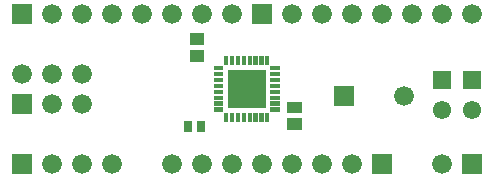
<source format=gbr>
G04 start of page 6 for group -4063 idx -4063 *
G04 Title: (unknown), componentmask *
G04 Creator: pcb 20110918 *
G04 CreationDate: Tue Aug  6 21:11:03 2013 UTC *
G04 For: mokus *
G04 Format: Gerber/RS-274X *
G04 PCB-Dimensions: 170000 70000 *
G04 PCB-Coordinate-Origin: lower left *
%MOIN*%
%FSLAX25Y25*%
%LNTOPMASK*%
%ADD99R,0.0395X0.0395*%
%ADD98R,0.0276X0.0276*%
%ADD97R,0.0140X0.0140*%
%ADD96C,0.0610*%
%ADD95C,0.0001*%
%ADD94C,0.0660*%
G54D94*X120000Y60000D03*
X130000D03*
X140000D03*
X150000D03*
X160000D03*
G54D95*G36*
X156700Y13300D02*Y6700D01*
X163300D01*
Y13300D01*
X156700D01*
G37*
G36*
X156950Y41036D02*Y34936D01*
X163050D01*
Y41036D01*
X156950D01*
G37*
G54D96*X160000Y27986D03*
G54D94*X150000Y10000D03*
G54D95*G36*
X126700Y13300D02*Y6700D01*
X133300D01*
Y13300D01*
X126700D01*
G37*
G54D94*X120000Y10000D03*
X110000D03*
X100000D03*
G54D95*G36*
X114200Y35800D02*Y29200D01*
X120800D01*
Y35800D01*
X114200D01*
G37*
G54D94*X137500Y32500D03*
G54D95*G36*
X146950Y41050D02*Y34950D01*
X153050D01*
Y41050D01*
X146950D01*
G37*
G54D96*X150000Y28000D03*
G54D95*G36*
X86700Y63300D02*Y56700D01*
X93300D01*
Y63300D01*
X86700D01*
G37*
G54D94*X100000Y60000D03*
X110000D03*
X80000D03*
G54D95*G36*
X6700Y63300D02*Y56700D01*
X13300D01*
Y63300D01*
X6700D01*
G37*
G54D94*X20000Y60000D03*
X30000D03*
X40000D03*
X50000D03*
X60000D03*
X70000D03*
X90000Y10000D03*
X80000D03*
X70000D03*
X60000D03*
X40000D03*
G54D95*G36*
X6700Y13300D02*Y6700D01*
X13300D01*
Y13300D01*
X6700D01*
G37*
G54D94*X20000Y10000D03*
X30000D03*
G54D95*G36*
X6700Y33300D02*Y26700D01*
X13300D01*
Y33300D01*
X6700D01*
G37*
G54D94*X20000Y30000D03*
X30000D03*
X10000Y40000D03*
X20000D03*
X30000D03*
G54D97*X78111Y26378D02*Y24725D01*
X80079Y26378D02*Y24725D01*
X82048Y26378D02*Y24725D01*
X84016Y26378D02*Y24725D01*
X85984Y26378D02*Y24725D01*
G54D98*X65335Y22893D02*Y22107D01*
X69665Y22893D02*Y22107D01*
G54D97*X74725Y35984D02*X76378D01*
X74725Y34016D02*X76378D01*
X74725Y32048D02*X76378D01*
X74725Y30079D02*X76378D01*
X74725Y41889D02*X76378D01*
X74725Y39921D02*X76378D01*
X74725Y37952D02*X76378D01*
X74725Y28111D02*X76378D01*
G54D99*X67945Y46042D02*X68929D01*
X67945Y51552D02*X68929D01*
G54D97*X87952Y26378D02*Y24725D01*
X89921Y26378D02*Y24725D01*
X91889Y26378D02*Y24725D01*
X93622Y28111D02*X95275D01*
X93622Y30079D02*X95275D01*
G54D99*X100508Y28755D02*X101492D01*
X100508Y23245D02*X101492D01*
G54D97*X93622Y32048D02*X95275D01*
X93622Y34016D02*X95275D01*
X93622Y35984D02*X95275D01*
G54D95*G36*
X78698Y41302D02*Y28698D01*
X91302D01*
Y41302D01*
X78698D01*
G37*
G54D97*X93622Y37952D02*X95275D01*
X93622Y39921D02*X95275D01*
X93622Y41889D02*X95275D01*
X91889Y45275D02*Y43622D01*
X89921Y45275D02*Y43622D01*
X87952Y45275D02*Y43622D01*
X85984Y45275D02*Y43622D01*
X84016Y45275D02*Y43622D01*
X82048Y45275D02*Y43622D01*
X80079Y45275D02*Y43622D01*
X78111Y45275D02*Y43622D01*
M02*

</source>
